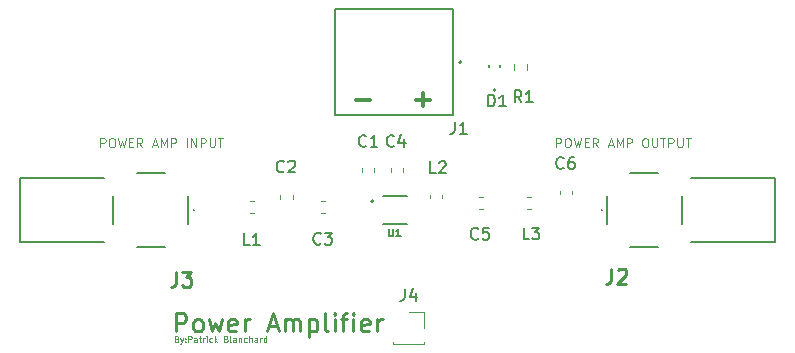
<source format=gbr>
%TF.GenerationSoftware,KiCad,Pcbnew,7.0.5*%
%TF.CreationDate,2023-11-04T20:07:06-04:00*%
%TF.ProjectId,modular,6d6f6475-6c61-4722-9e6b-696361645f70,rev?*%
%TF.SameCoordinates,Original*%
%TF.FileFunction,Legend,Top*%
%TF.FilePolarity,Positive*%
%FSLAX46Y46*%
G04 Gerber Fmt 4.6, Leading zero omitted, Abs format (unit mm)*
G04 Created by KiCad (PCBNEW 7.0.5) date 2023-11-04 20:07:06*
%MOMM*%
%LPD*%
G01*
G04 APERTURE LIST*
%ADD10C,0.076200*%
%ADD11C,0.101600*%
%ADD12C,0.279400*%
%ADD13C,0.300000*%
%ADD14C,0.150000*%
%ADD15C,0.254000*%
%ADD16C,0.120000*%
%ADD17C,0.127000*%
%ADD18C,0.200000*%
%ADD19C,0.100000*%
G04 APERTURE END LIST*
D10*
X144503559Y-74367962D02*
X144503559Y-73605962D01*
X144503559Y-73605962D02*
X144793845Y-73605962D01*
X144793845Y-73605962D02*
X144866416Y-73642248D01*
X144866416Y-73642248D02*
X144902702Y-73678534D01*
X144902702Y-73678534D02*
X144938988Y-73751105D01*
X144938988Y-73751105D02*
X144938988Y-73859962D01*
X144938988Y-73859962D02*
X144902702Y-73932534D01*
X144902702Y-73932534D02*
X144866416Y-73968819D01*
X144866416Y-73968819D02*
X144793845Y-74005105D01*
X144793845Y-74005105D02*
X144503559Y-74005105D01*
X145410702Y-73605962D02*
X145555845Y-73605962D01*
X145555845Y-73605962D02*
X145628416Y-73642248D01*
X145628416Y-73642248D02*
X145700988Y-73714819D01*
X145700988Y-73714819D02*
X145737273Y-73859962D01*
X145737273Y-73859962D02*
X145737273Y-74113962D01*
X145737273Y-74113962D02*
X145700988Y-74259105D01*
X145700988Y-74259105D02*
X145628416Y-74331677D01*
X145628416Y-74331677D02*
X145555845Y-74367962D01*
X145555845Y-74367962D02*
X145410702Y-74367962D01*
X145410702Y-74367962D02*
X145338131Y-74331677D01*
X145338131Y-74331677D02*
X145265559Y-74259105D01*
X145265559Y-74259105D02*
X145229273Y-74113962D01*
X145229273Y-74113962D02*
X145229273Y-73859962D01*
X145229273Y-73859962D02*
X145265559Y-73714819D01*
X145265559Y-73714819D02*
X145338131Y-73642248D01*
X145338131Y-73642248D02*
X145410702Y-73605962D01*
X145991274Y-73605962D02*
X146172702Y-74367962D01*
X146172702Y-74367962D02*
X146317845Y-73823677D01*
X146317845Y-73823677D02*
X146462988Y-74367962D01*
X146462988Y-74367962D02*
X146644417Y-73605962D01*
X146934702Y-73968819D02*
X147188702Y-73968819D01*
X147297559Y-74367962D02*
X146934702Y-74367962D01*
X146934702Y-74367962D02*
X146934702Y-73605962D01*
X146934702Y-73605962D02*
X147297559Y-73605962D01*
X148059560Y-74367962D02*
X147805560Y-74005105D01*
X147624131Y-74367962D02*
X147624131Y-73605962D01*
X147624131Y-73605962D02*
X147914417Y-73605962D01*
X147914417Y-73605962D02*
X147986988Y-73642248D01*
X147986988Y-73642248D02*
X148023274Y-73678534D01*
X148023274Y-73678534D02*
X148059560Y-73751105D01*
X148059560Y-73751105D02*
X148059560Y-73859962D01*
X148059560Y-73859962D02*
X148023274Y-73932534D01*
X148023274Y-73932534D02*
X147986988Y-73968819D01*
X147986988Y-73968819D02*
X147914417Y-74005105D01*
X147914417Y-74005105D02*
X147624131Y-74005105D01*
X148930416Y-74150248D02*
X149293274Y-74150248D01*
X148857845Y-74367962D02*
X149111845Y-73605962D01*
X149111845Y-73605962D02*
X149365845Y-74367962D01*
X149619845Y-74367962D02*
X149619845Y-73605962D01*
X149619845Y-73605962D02*
X149873845Y-74150248D01*
X149873845Y-74150248D02*
X150127845Y-73605962D01*
X150127845Y-73605962D02*
X150127845Y-74367962D01*
X150490702Y-74367962D02*
X150490702Y-73605962D01*
X150490702Y-73605962D02*
X150780988Y-73605962D01*
X150780988Y-73605962D02*
X150853559Y-73642248D01*
X150853559Y-73642248D02*
X150889845Y-73678534D01*
X150889845Y-73678534D02*
X150926131Y-73751105D01*
X150926131Y-73751105D02*
X150926131Y-73859962D01*
X150926131Y-73859962D02*
X150889845Y-73932534D01*
X150889845Y-73932534D02*
X150853559Y-73968819D01*
X150853559Y-73968819D02*
X150780988Y-74005105D01*
X150780988Y-74005105D02*
X150490702Y-74005105D01*
X151978416Y-73605962D02*
X152123559Y-73605962D01*
X152123559Y-73605962D02*
X152196130Y-73642248D01*
X152196130Y-73642248D02*
X152268702Y-73714819D01*
X152268702Y-73714819D02*
X152304987Y-73859962D01*
X152304987Y-73859962D02*
X152304987Y-74113962D01*
X152304987Y-74113962D02*
X152268702Y-74259105D01*
X152268702Y-74259105D02*
X152196130Y-74331677D01*
X152196130Y-74331677D02*
X152123559Y-74367962D01*
X152123559Y-74367962D02*
X151978416Y-74367962D01*
X151978416Y-74367962D02*
X151905845Y-74331677D01*
X151905845Y-74331677D02*
X151833273Y-74259105D01*
X151833273Y-74259105D02*
X151796987Y-74113962D01*
X151796987Y-74113962D02*
X151796987Y-73859962D01*
X151796987Y-73859962D02*
X151833273Y-73714819D01*
X151833273Y-73714819D02*
X151905845Y-73642248D01*
X151905845Y-73642248D02*
X151978416Y-73605962D01*
X152631559Y-73605962D02*
X152631559Y-74222819D01*
X152631559Y-74222819D02*
X152667845Y-74295391D01*
X152667845Y-74295391D02*
X152704131Y-74331677D01*
X152704131Y-74331677D02*
X152776702Y-74367962D01*
X152776702Y-74367962D02*
X152921845Y-74367962D01*
X152921845Y-74367962D02*
X152994416Y-74331677D01*
X152994416Y-74331677D02*
X153030702Y-74295391D01*
X153030702Y-74295391D02*
X153066988Y-74222819D01*
X153066988Y-74222819D02*
X153066988Y-73605962D01*
X153320988Y-73605962D02*
X153756417Y-73605962D01*
X153538702Y-74367962D02*
X153538702Y-73605962D01*
X154010416Y-74367962D02*
X154010416Y-73605962D01*
X154010416Y-73605962D02*
X154300702Y-73605962D01*
X154300702Y-73605962D02*
X154373273Y-73642248D01*
X154373273Y-73642248D02*
X154409559Y-73678534D01*
X154409559Y-73678534D02*
X154445845Y-73751105D01*
X154445845Y-73751105D02*
X154445845Y-73859962D01*
X154445845Y-73859962D02*
X154409559Y-73932534D01*
X154409559Y-73932534D02*
X154373273Y-73968819D01*
X154373273Y-73968819D02*
X154300702Y-74005105D01*
X154300702Y-74005105D02*
X154010416Y-74005105D01*
X154772416Y-73605962D02*
X154772416Y-74222819D01*
X154772416Y-74222819D02*
X154808702Y-74295391D01*
X154808702Y-74295391D02*
X154844988Y-74331677D01*
X154844988Y-74331677D02*
X154917559Y-74367962D01*
X154917559Y-74367962D02*
X155062702Y-74367962D01*
X155062702Y-74367962D02*
X155135273Y-74331677D01*
X155135273Y-74331677D02*
X155171559Y-74295391D01*
X155171559Y-74295391D02*
X155207845Y-74222819D01*
X155207845Y-74222819D02*
X155207845Y-73605962D01*
X155461845Y-73605962D02*
X155897274Y-73605962D01*
X155679559Y-74367962D02*
X155679559Y-73605962D01*
D11*
X112371127Y-90598451D02*
X112443699Y-90622641D01*
X112443699Y-90622641D02*
X112467889Y-90646832D01*
X112467889Y-90646832D02*
X112492080Y-90695213D01*
X112492080Y-90695213D02*
X112492080Y-90767784D01*
X112492080Y-90767784D02*
X112467889Y-90816165D01*
X112467889Y-90816165D02*
X112443699Y-90840356D01*
X112443699Y-90840356D02*
X112395318Y-90864546D01*
X112395318Y-90864546D02*
X112201794Y-90864546D01*
X112201794Y-90864546D02*
X112201794Y-90356546D01*
X112201794Y-90356546D02*
X112371127Y-90356546D01*
X112371127Y-90356546D02*
X112419508Y-90380736D01*
X112419508Y-90380736D02*
X112443699Y-90404927D01*
X112443699Y-90404927D02*
X112467889Y-90453308D01*
X112467889Y-90453308D02*
X112467889Y-90501689D01*
X112467889Y-90501689D02*
X112443699Y-90550070D01*
X112443699Y-90550070D02*
X112419508Y-90574260D01*
X112419508Y-90574260D02*
X112371127Y-90598451D01*
X112371127Y-90598451D02*
X112201794Y-90598451D01*
X112661413Y-90525879D02*
X112782365Y-90864546D01*
X112903318Y-90525879D02*
X112782365Y-90864546D01*
X112782365Y-90864546D02*
X112733984Y-90985498D01*
X112733984Y-90985498D02*
X112709794Y-91009689D01*
X112709794Y-91009689D02*
X112661413Y-91033879D01*
X113096842Y-90816165D02*
X113121032Y-90840356D01*
X113121032Y-90840356D02*
X113096842Y-90864546D01*
X113096842Y-90864546D02*
X113072651Y-90840356D01*
X113072651Y-90840356D02*
X113096842Y-90816165D01*
X113096842Y-90816165D02*
X113096842Y-90864546D01*
X113096842Y-90550070D02*
X113121032Y-90574260D01*
X113121032Y-90574260D02*
X113096842Y-90598451D01*
X113096842Y-90598451D02*
X113072651Y-90574260D01*
X113072651Y-90574260D02*
X113096842Y-90550070D01*
X113096842Y-90550070D02*
X113096842Y-90598451D01*
X113338747Y-90864546D02*
X113338747Y-90356546D01*
X113338747Y-90356546D02*
X113532271Y-90356546D01*
X113532271Y-90356546D02*
X113580652Y-90380736D01*
X113580652Y-90380736D02*
X113604842Y-90404927D01*
X113604842Y-90404927D02*
X113629033Y-90453308D01*
X113629033Y-90453308D02*
X113629033Y-90525879D01*
X113629033Y-90525879D02*
X113604842Y-90574260D01*
X113604842Y-90574260D02*
X113580652Y-90598451D01*
X113580652Y-90598451D02*
X113532271Y-90622641D01*
X113532271Y-90622641D02*
X113338747Y-90622641D01*
X114064461Y-90864546D02*
X114064461Y-90598451D01*
X114064461Y-90598451D02*
X114040271Y-90550070D01*
X114040271Y-90550070D02*
X113991890Y-90525879D01*
X113991890Y-90525879D02*
X113895128Y-90525879D01*
X113895128Y-90525879D02*
X113846747Y-90550070D01*
X114064461Y-90840356D02*
X114016080Y-90864546D01*
X114016080Y-90864546D02*
X113895128Y-90864546D01*
X113895128Y-90864546D02*
X113846747Y-90840356D01*
X113846747Y-90840356D02*
X113822556Y-90791975D01*
X113822556Y-90791975D02*
X113822556Y-90743594D01*
X113822556Y-90743594D02*
X113846747Y-90695213D01*
X113846747Y-90695213D02*
X113895128Y-90671022D01*
X113895128Y-90671022D02*
X114016080Y-90671022D01*
X114016080Y-90671022D02*
X114064461Y-90646832D01*
X114233794Y-90525879D02*
X114427318Y-90525879D01*
X114306366Y-90356546D02*
X114306366Y-90791975D01*
X114306366Y-90791975D02*
X114330556Y-90840356D01*
X114330556Y-90840356D02*
X114378937Y-90864546D01*
X114378937Y-90864546D02*
X114427318Y-90864546D01*
X114596652Y-90864546D02*
X114596652Y-90525879D01*
X114596652Y-90622641D02*
X114620842Y-90574260D01*
X114620842Y-90574260D02*
X114645033Y-90550070D01*
X114645033Y-90550070D02*
X114693414Y-90525879D01*
X114693414Y-90525879D02*
X114741795Y-90525879D01*
X114911128Y-90864546D02*
X114911128Y-90525879D01*
X114911128Y-90356546D02*
X114886937Y-90380736D01*
X114886937Y-90380736D02*
X114911128Y-90404927D01*
X114911128Y-90404927D02*
X114935318Y-90380736D01*
X114935318Y-90380736D02*
X114911128Y-90356546D01*
X114911128Y-90356546D02*
X114911128Y-90404927D01*
X115370747Y-90840356D02*
X115322366Y-90864546D01*
X115322366Y-90864546D02*
X115225604Y-90864546D01*
X115225604Y-90864546D02*
X115177223Y-90840356D01*
X115177223Y-90840356D02*
X115153033Y-90816165D01*
X115153033Y-90816165D02*
X115128842Y-90767784D01*
X115128842Y-90767784D02*
X115128842Y-90622641D01*
X115128842Y-90622641D02*
X115153033Y-90574260D01*
X115153033Y-90574260D02*
X115177223Y-90550070D01*
X115177223Y-90550070D02*
X115225604Y-90525879D01*
X115225604Y-90525879D02*
X115322366Y-90525879D01*
X115322366Y-90525879D02*
X115370747Y-90550070D01*
X115588462Y-90864546D02*
X115588462Y-90356546D01*
X115636843Y-90671022D02*
X115781986Y-90864546D01*
X115781986Y-90525879D02*
X115588462Y-90719403D01*
X116556081Y-90598451D02*
X116628653Y-90622641D01*
X116628653Y-90622641D02*
X116652843Y-90646832D01*
X116652843Y-90646832D02*
X116677034Y-90695213D01*
X116677034Y-90695213D02*
X116677034Y-90767784D01*
X116677034Y-90767784D02*
X116652843Y-90816165D01*
X116652843Y-90816165D02*
X116628653Y-90840356D01*
X116628653Y-90840356D02*
X116580272Y-90864546D01*
X116580272Y-90864546D02*
X116386748Y-90864546D01*
X116386748Y-90864546D02*
X116386748Y-90356546D01*
X116386748Y-90356546D02*
X116556081Y-90356546D01*
X116556081Y-90356546D02*
X116604462Y-90380736D01*
X116604462Y-90380736D02*
X116628653Y-90404927D01*
X116628653Y-90404927D02*
X116652843Y-90453308D01*
X116652843Y-90453308D02*
X116652843Y-90501689D01*
X116652843Y-90501689D02*
X116628653Y-90550070D01*
X116628653Y-90550070D02*
X116604462Y-90574260D01*
X116604462Y-90574260D02*
X116556081Y-90598451D01*
X116556081Y-90598451D02*
X116386748Y-90598451D01*
X116967319Y-90864546D02*
X116918938Y-90840356D01*
X116918938Y-90840356D02*
X116894748Y-90791975D01*
X116894748Y-90791975D02*
X116894748Y-90356546D01*
X117378557Y-90864546D02*
X117378557Y-90598451D01*
X117378557Y-90598451D02*
X117354367Y-90550070D01*
X117354367Y-90550070D02*
X117305986Y-90525879D01*
X117305986Y-90525879D02*
X117209224Y-90525879D01*
X117209224Y-90525879D02*
X117160843Y-90550070D01*
X117378557Y-90840356D02*
X117330176Y-90864546D01*
X117330176Y-90864546D02*
X117209224Y-90864546D01*
X117209224Y-90864546D02*
X117160843Y-90840356D01*
X117160843Y-90840356D02*
X117136652Y-90791975D01*
X117136652Y-90791975D02*
X117136652Y-90743594D01*
X117136652Y-90743594D02*
X117160843Y-90695213D01*
X117160843Y-90695213D02*
X117209224Y-90671022D01*
X117209224Y-90671022D02*
X117330176Y-90671022D01*
X117330176Y-90671022D02*
X117378557Y-90646832D01*
X117620462Y-90525879D02*
X117620462Y-90864546D01*
X117620462Y-90574260D02*
X117644652Y-90550070D01*
X117644652Y-90550070D02*
X117693033Y-90525879D01*
X117693033Y-90525879D02*
X117765605Y-90525879D01*
X117765605Y-90525879D02*
X117813986Y-90550070D01*
X117813986Y-90550070D02*
X117838176Y-90598451D01*
X117838176Y-90598451D02*
X117838176Y-90864546D01*
X118297795Y-90840356D02*
X118249414Y-90864546D01*
X118249414Y-90864546D02*
X118152652Y-90864546D01*
X118152652Y-90864546D02*
X118104271Y-90840356D01*
X118104271Y-90840356D02*
X118080081Y-90816165D01*
X118080081Y-90816165D02*
X118055890Y-90767784D01*
X118055890Y-90767784D02*
X118055890Y-90622641D01*
X118055890Y-90622641D02*
X118080081Y-90574260D01*
X118080081Y-90574260D02*
X118104271Y-90550070D01*
X118104271Y-90550070D02*
X118152652Y-90525879D01*
X118152652Y-90525879D02*
X118249414Y-90525879D01*
X118249414Y-90525879D02*
X118297795Y-90550070D01*
X118515510Y-90864546D02*
X118515510Y-90356546D01*
X118733224Y-90864546D02*
X118733224Y-90598451D01*
X118733224Y-90598451D02*
X118709034Y-90550070D01*
X118709034Y-90550070D02*
X118660653Y-90525879D01*
X118660653Y-90525879D02*
X118588081Y-90525879D01*
X118588081Y-90525879D02*
X118539700Y-90550070D01*
X118539700Y-90550070D02*
X118515510Y-90574260D01*
X119192843Y-90864546D02*
X119192843Y-90598451D01*
X119192843Y-90598451D02*
X119168653Y-90550070D01*
X119168653Y-90550070D02*
X119120272Y-90525879D01*
X119120272Y-90525879D02*
X119023510Y-90525879D01*
X119023510Y-90525879D02*
X118975129Y-90550070D01*
X119192843Y-90840356D02*
X119144462Y-90864546D01*
X119144462Y-90864546D02*
X119023510Y-90864546D01*
X119023510Y-90864546D02*
X118975129Y-90840356D01*
X118975129Y-90840356D02*
X118950938Y-90791975D01*
X118950938Y-90791975D02*
X118950938Y-90743594D01*
X118950938Y-90743594D02*
X118975129Y-90695213D01*
X118975129Y-90695213D02*
X119023510Y-90671022D01*
X119023510Y-90671022D02*
X119144462Y-90671022D01*
X119144462Y-90671022D02*
X119192843Y-90646832D01*
X119434748Y-90864546D02*
X119434748Y-90525879D01*
X119434748Y-90622641D02*
X119458938Y-90574260D01*
X119458938Y-90574260D02*
X119483129Y-90550070D01*
X119483129Y-90550070D02*
X119531510Y-90525879D01*
X119531510Y-90525879D02*
X119579891Y-90525879D01*
X119966938Y-90864546D02*
X119966938Y-90356546D01*
X119966938Y-90840356D02*
X119918557Y-90864546D01*
X119918557Y-90864546D02*
X119821795Y-90864546D01*
X119821795Y-90864546D02*
X119773414Y-90840356D01*
X119773414Y-90840356D02*
X119749224Y-90816165D01*
X119749224Y-90816165D02*
X119725033Y-90767784D01*
X119725033Y-90767784D02*
X119725033Y-90622641D01*
X119725033Y-90622641D02*
X119749224Y-90574260D01*
X119749224Y-90574260D02*
X119773414Y-90550070D01*
X119773414Y-90550070D02*
X119821795Y-90525879D01*
X119821795Y-90525879D02*
X119918557Y-90525879D01*
X119918557Y-90525879D02*
X119966938Y-90550070D01*
D12*
X112306672Y-89968962D02*
X112306672Y-88444962D01*
X112306672Y-88444962D02*
X112887243Y-88444962D01*
X112887243Y-88444962D02*
X113032386Y-88517533D01*
X113032386Y-88517533D02*
X113104957Y-88590105D01*
X113104957Y-88590105D02*
X113177529Y-88735248D01*
X113177529Y-88735248D02*
X113177529Y-88952962D01*
X113177529Y-88952962D02*
X113104957Y-89098105D01*
X113104957Y-89098105D02*
X113032386Y-89170676D01*
X113032386Y-89170676D02*
X112887243Y-89243248D01*
X112887243Y-89243248D02*
X112306672Y-89243248D01*
X114048386Y-89968962D02*
X113903243Y-89896391D01*
X113903243Y-89896391D02*
X113830672Y-89823819D01*
X113830672Y-89823819D02*
X113758100Y-89678676D01*
X113758100Y-89678676D02*
X113758100Y-89243248D01*
X113758100Y-89243248D02*
X113830672Y-89098105D01*
X113830672Y-89098105D02*
X113903243Y-89025533D01*
X113903243Y-89025533D02*
X114048386Y-88952962D01*
X114048386Y-88952962D02*
X114266100Y-88952962D01*
X114266100Y-88952962D02*
X114411243Y-89025533D01*
X114411243Y-89025533D02*
X114483815Y-89098105D01*
X114483815Y-89098105D02*
X114556386Y-89243248D01*
X114556386Y-89243248D02*
X114556386Y-89678676D01*
X114556386Y-89678676D02*
X114483815Y-89823819D01*
X114483815Y-89823819D02*
X114411243Y-89896391D01*
X114411243Y-89896391D02*
X114266100Y-89968962D01*
X114266100Y-89968962D02*
X114048386Y-89968962D01*
X115064386Y-88952962D02*
X115354672Y-89968962D01*
X115354672Y-89968962D02*
X115644957Y-89243248D01*
X115644957Y-89243248D02*
X115935243Y-89968962D01*
X115935243Y-89968962D02*
X116225529Y-88952962D01*
X117386671Y-89896391D02*
X117241528Y-89968962D01*
X117241528Y-89968962D02*
X116951243Y-89968962D01*
X116951243Y-89968962D02*
X116806100Y-89896391D01*
X116806100Y-89896391D02*
X116733528Y-89751248D01*
X116733528Y-89751248D02*
X116733528Y-89170676D01*
X116733528Y-89170676D02*
X116806100Y-89025533D01*
X116806100Y-89025533D02*
X116951243Y-88952962D01*
X116951243Y-88952962D02*
X117241528Y-88952962D01*
X117241528Y-88952962D02*
X117386671Y-89025533D01*
X117386671Y-89025533D02*
X117459243Y-89170676D01*
X117459243Y-89170676D02*
X117459243Y-89315819D01*
X117459243Y-89315819D02*
X116733528Y-89460962D01*
X118112386Y-89968962D02*
X118112386Y-88952962D01*
X118112386Y-89243248D02*
X118184957Y-89098105D01*
X118184957Y-89098105D02*
X118257529Y-89025533D01*
X118257529Y-89025533D02*
X118402671Y-88952962D01*
X118402671Y-88952962D02*
X118547814Y-88952962D01*
X120144386Y-89533533D02*
X120870101Y-89533533D01*
X119999243Y-89968962D02*
X120507243Y-88444962D01*
X120507243Y-88444962D02*
X121015243Y-89968962D01*
X121523244Y-89968962D02*
X121523244Y-88952962D01*
X121523244Y-89098105D02*
X121595815Y-89025533D01*
X121595815Y-89025533D02*
X121740958Y-88952962D01*
X121740958Y-88952962D02*
X121958672Y-88952962D01*
X121958672Y-88952962D02*
X122103815Y-89025533D01*
X122103815Y-89025533D02*
X122176387Y-89170676D01*
X122176387Y-89170676D02*
X122176387Y-89968962D01*
X122176387Y-89170676D02*
X122248958Y-89025533D01*
X122248958Y-89025533D02*
X122394101Y-88952962D01*
X122394101Y-88952962D02*
X122611815Y-88952962D01*
X122611815Y-88952962D02*
X122756958Y-89025533D01*
X122756958Y-89025533D02*
X122829529Y-89170676D01*
X122829529Y-89170676D02*
X122829529Y-89968962D01*
X123555244Y-88952962D02*
X123555244Y-90476962D01*
X123555244Y-89025533D02*
X123700387Y-88952962D01*
X123700387Y-88952962D02*
X123990672Y-88952962D01*
X123990672Y-88952962D02*
X124135815Y-89025533D01*
X124135815Y-89025533D02*
X124208387Y-89098105D01*
X124208387Y-89098105D02*
X124280958Y-89243248D01*
X124280958Y-89243248D02*
X124280958Y-89678676D01*
X124280958Y-89678676D02*
X124208387Y-89823819D01*
X124208387Y-89823819D02*
X124135815Y-89896391D01*
X124135815Y-89896391D02*
X123990672Y-89968962D01*
X123990672Y-89968962D02*
X123700387Y-89968962D01*
X123700387Y-89968962D02*
X123555244Y-89896391D01*
X125151815Y-89968962D02*
X125006672Y-89896391D01*
X125006672Y-89896391D02*
X124934101Y-89751248D01*
X124934101Y-89751248D02*
X124934101Y-88444962D01*
X125732387Y-89968962D02*
X125732387Y-88952962D01*
X125732387Y-88444962D02*
X125659815Y-88517533D01*
X125659815Y-88517533D02*
X125732387Y-88590105D01*
X125732387Y-88590105D02*
X125804958Y-88517533D01*
X125804958Y-88517533D02*
X125732387Y-88444962D01*
X125732387Y-88444962D02*
X125732387Y-88590105D01*
X126240386Y-88952962D02*
X126820958Y-88952962D01*
X126458101Y-89968962D02*
X126458101Y-88662676D01*
X126458101Y-88662676D02*
X126530672Y-88517533D01*
X126530672Y-88517533D02*
X126675815Y-88444962D01*
X126675815Y-88444962D02*
X126820958Y-88444962D01*
X127328958Y-89968962D02*
X127328958Y-88952962D01*
X127328958Y-88444962D02*
X127256386Y-88517533D01*
X127256386Y-88517533D02*
X127328958Y-88590105D01*
X127328958Y-88590105D02*
X127401529Y-88517533D01*
X127401529Y-88517533D02*
X127328958Y-88444962D01*
X127328958Y-88444962D02*
X127328958Y-88590105D01*
X128635243Y-89896391D02*
X128490100Y-89968962D01*
X128490100Y-89968962D02*
X128199815Y-89968962D01*
X128199815Y-89968962D02*
X128054672Y-89896391D01*
X128054672Y-89896391D02*
X127982100Y-89751248D01*
X127982100Y-89751248D02*
X127982100Y-89170676D01*
X127982100Y-89170676D02*
X128054672Y-89025533D01*
X128054672Y-89025533D02*
X128199815Y-88952962D01*
X128199815Y-88952962D02*
X128490100Y-88952962D01*
X128490100Y-88952962D02*
X128635243Y-89025533D01*
X128635243Y-89025533D02*
X128707815Y-89170676D01*
X128707815Y-89170676D02*
X128707815Y-89315819D01*
X128707815Y-89315819D02*
X127982100Y-89460962D01*
X129360958Y-89968962D02*
X129360958Y-88952962D01*
X129360958Y-89243248D02*
X129433529Y-89098105D01*
X129433529Y-89098105D02*
X129506101Y-89025533D01*
X129506101Y-89025533D02*
X129651243Y-88952962D01*
X129651243Y-88952962D02*
X129796386Y-88952962D01*
D13*
X132634510Y-70349400D02*
X133777368Y-70349400D01*
X133205939Y-70920828D02*
X133205939Y-69777971D01*
X127554510Y-70349400D02*
X128697368Y-70349400D01*
D11*
X105912270Y-74366641D02*
X105912270Y-73604641D01*
X105912270Y-73604641D02*
X106202556Y-73604641D01*
X106202556Y-73604641D02*
X106275127Y-73640927D01*
X106275127Y-73640927D02*
X106311413Y-73677213D01*
X106311413Y-73677213D02*
X106347699Y-73749784D01*
X106347699Y-73749784D02*
X106347699Y-73858641D01*
X106347699Y-73858641D02*
X106311413Y-73931213D01*
X106311413Y-73931213D02*
X106275127Y-73967498D01*
X106275127Y-73967498D02*
X106202556Y-74003784D01*
X106202556Y-74003784D02*
X105912270Y-74003784D01*
X106819413Y-73604641D02*
X106964556Y-73604641D01*
X106964556Y-73604641D02*
X107037127Y-73640927D01*
X107037127Y-73640927D02*
X107109699Y-73713498D01*
X107109699Y-73713498D02*
X107145984Y-73858641D01*
X107145984Y-73858641D02*
X107145984Y-74112641D01*
X107145984Y-74112641D02*
X107109699Y-74257784D01*
X107109699Y-74257784D02*
X107037127Y-74330356D01*
X107037127Y-74330356D02*
X106964556Y-74366641D01*
X106964556Y-74366641D02*
X106819413Y-74366641D01*
X106819413Y-74366641D02*
X106746842Y-74330356D01*
X106746842Y-74330356D02*
X106674270Y-74257784D01*
X106674270Y-74257784D02*
X106637984Y-74112641D01*
X106637984Y-74112641D02*
X106637984Y-73858641D01*
X106637984Y-73858641D02*
X106674270Y-73713498D01*
X106674270Y-73713498D02*
X106746842Y-73640927D01*
X106746842Y-73640927D02*
X106819413Y-73604641D01*
X107399985Y-73604641D02*
X107581413Y-74366641D01*
X107581413Y-74366641D02*
X107726556Y-73822356D01*
X107726556Y-73822356D02*
X107871699Y-74366641D01*
X107871699Y-74366641D02*
X108053128Y-73604641D01*
X108343413Y-73967498D02*
X108597413Y-73967498D01*
X108706270Y-74366641D02*
X108343413Y-74366641D01*
X108343413Y-74366641D02*
X108343413Y-73604641D01*
X108343413Y-73604641D02*
X108706270Y-73604641D01*
X109468271Y-74366641D02*
X109214271Y-74003784D01*
X109032842Y-74366641D02*
X109032842Y-73604641D01*
X109032842Y-73604641D02*
X109323128Y-73604641D01*
X109323128Y-73604641D02*
X109395699Y-73640927D01*
X109395699Y-73640927D02*
X109431985Y-73677213D01*
X109431985Y-73677213D02*
X109468271Y-73749784D01*
X109468271Y-73749784D02*
X109468271Y-73858641D01*
X109468271Y-73858641D02*
X109431985Y-73931213D01*
X109431985Y-73931213D02*
X109395699Y-73967498D01*
X109395699Y-73967498D02*
X109323128Y-74003784D01*
X109323128Y-74003784D02*
X109032842Y-74003784D01*
X110339127Y-74148927D02*
X110701985Y-74148927D01*
X110266556Y-74366641D02*
X110520556Y-73604641D01*
X110520556Y-73604641D02*
X110774556Y-74366641D01*
X111028556Y-74366641D02*
X111028556Y-73604641D01*
X111028556Y-73604641D02*
X111282556Y-74148927D01*
X111282556Y-74148927D02*
X111536556Y-73604641D01*
X111536556Y-73604641D02*
X111536556Y-74366641D01*
X111899413Y-74366641D02*
X111899413Y-73604641D01*
X111899413Y-73604641D02*
X112189699Y-73604641D01*
X112189699Y-73604641D02*
X112262270Y-73640927D01*
X112262270Y-73640927D02*
X112298556Y-73677213D01*
X112298556Y-73677213D02*
X112334842Y-73749784D01*
X112334842Y-73749784D02*
X112334842Y-73858641D01*
X112334842Y-73858641D02*
X112298556Y-73931213D01*
X112298556Y-73931213D02*
X112262270Y-73967498D01*
X112262270Y-73967498D02*
X112189699Y-74003784D01*
X112189699Y-74003784D02*
X111899413Y-74003784D01*
X113241984Y-74366641D02*
X113241984Y-73604641D01*
X113604841Y-74366641D02*
X113604841Y-73604641D01*
X113604841Y-73604641D02*
X114040270Y-74366641D01*
X114040270Y-74366641D02*
X114040270Y-73604641D01*
X114403127Y-74366641D02*
X114403127Y-73604641D01*
X114403127Y-73604641D02*
X114693413Y-73604641D01*
X114693413Y-73604641D02*
X114765984Y-73640927D01*
X114765984Y-73640927D02*
X114802270Y-73677213D01*
X114802270Y-73677213D02*
X114838556Y-73749784D01*
X114838556Y-73749784D02*
X114838556Y-73858641D01*
X114838556Y-73858641D02*
X114802270Y-73931213D01*
X114802270Y-73931213D02*
X114765984Y-73967498D01*
X114765984Y-73967498D02*
X114693413Y-74003784D01*
X114693413Y-74003784D02*
X114403127Y-74003784D01*
X115165127Y-73604641D02*
X115165127Y-74221498D01*
X115165127Y-74221498D02*
X115201413Y-74294070D01*
X115201413Y-74294070D02*
X115237699Y-74330356D01*
X115237699Y-74330356D02*
X115310270Y-74366641D01*
X115310270Y-74366641D02*
X115455413Y-74366641D01*
X115455413Y-74366641D02*
X115527984Y-74330356D01*
X115527984Y-74330356D02*
X115564270Y-74294070D01*
X115564270Y-74294070D02*
X115600556Y-74221498D01*
X115600556Y-74221498D02*
X115600556Y-73604641D01*
X115854556Y-73604641D02*
X116289985Y-73604641D01*
X116072270Y-74366641D02*
X116072270Y-73604641D01*
D14*
%TO.C,*%
%TO.C,L3*%
X142223333Y-82174819D02*
X141747143Y-82174819D01*
X141747143Y-82174819D02*
X141747143Y-81174819D01*
X142461429Y-81174819D02*
X143080476Y-81174819D01*
X143080476Y-81174819D02*
X142747143Y-81555771D01*
X142747143Y-81555771D02*
X142890000Y-81555771D01*
X142890000Y-81555771D02*
X142985238Y-81603390D01*
X142985238Y-81603390D02*
X143032857Y-81651009D01*
X143032857Y-81651009D02*
X143080476Y-81746247D01*
X143080476Y-81746247D02*
X143080476Y-81984342D01*
X143080476Y-81984342D02*
X143032857Y-82079580D01*
X143032857Y-82079580D02*
X142985238Y-82127200D01*
X142985238Y-82127200D02*
X142890000Y-82174819D01*
X142890000Y-82174819D02*
X142604286Y-82174819D01*
X142604286Y-82174819D02*
X142509048Y-82127200D01*
X142509048Y-82127200D02*
X142461429Y-82079580D01*
%TO.C,*%
%TO.C,D1*%
X138729777Y-70926153D02*
X138729777Y-69923271D01*
X138729777Y-69923271D02*
X138968558Y-69923271D01*
X138968558Y-69923271D02*
X139111827Y-69971027D01*
X139111827Y-69971027D02*
X139207340Y-70066540D01*
X139207340Y-70066540D02*
X139255096Y-70162052D01*
X139255096Y-70162052D02*
X139302852Y-70353077D01*
X139302852Y-70353077D02*
X139302852Y-70496346D01*
X139302852Y-70496346D02*
X139255096Y-70687371D01*
X139255096Y-70687371D02*
X139207340Y-70782884D01*
X139207340Y-70782884D02*
X139111827Y-70878397D01*
X139111827Y-70878397D02*
X138968558Y-70926153D01*
X138968558Y-70926153D02*
X138729777Y-70926153D01*
X140257978Y-70926153D02*
X139684903Y-70926153D01*
X139971440Y-70926153D02*
X139971440Y-69923271D01*
X139971440Y-69923271D02*
X139875928Y-70066540D01*
X139875928Y-70066540D02*
X139780415Y-70162052D01*
X139780415Y-70162052D02*
X139684903Y-70209809D01*
%TO.C,C1*%
X128400833Y-74249580D02*
X128353214Y-74297200D01*
X128353214Y-74297200D02*
X128210357Y-74344819D01*
X128210357Y-74344819D02*
X128115119Y-74344819D01*
X128115119Y-74344819D02*
X127972262Y-74297200D01*
X127972262Y-74297200D02*
X127877024Y-74201961D01*
X127877024Y-74201961D02*
X127829405Y-74106723D01*
X127829405Y-74106723D02*
X127781786Y-73916247D01*
X127781786Y-73916247D02*
X127781786Y-73773390D01*
X127781786Y-73773390D02*
X127829405Y-73582914D01*
X127829405Y-73582914D02*
X127877024Y-73487676D01*
X127877024Y-73487676D02*
X127972262Y-73392438D01*
X127972262Y-73392438D02*
X128115119Y-73344819D01*
X128115119Y-73344819D02*
X128210357Y-73344819D01*
X128210357Y-73344819D02*
X128353214Y-73392438D01*
X128353214Y-73392438D02*
X128400833Y-73440057D01*
X129353214Y-74344819D02*
X128781786Y-74344819D01*
X129067500Y-74344819D02*
X129067500Y-73344819D01*
X129067500Y-73344819D02*
X128972262Y-73487676D01*
X128972262Y-73487676D02*
X128877024Y-73582914D01*
X128877024Y-73582914D02*
X128781786Y-73630533D01*
%TO.C,R1*%
X141561333Y-70568819D02*
X141228000Y-70092628D01*
X140989905Y-70568819D02*
X140989905Y-69568819D01*
X140989905Y-69568819D02*
X141370857Y-69568819D01*
X141370857Y-69568819D02*
X141466095Y-69616438D01*
X141466095Y-69616438D02*
X141513714Y-69664057D01*
X141513714Y-69664057D02*
X141561333Y-69759295D01*
X141561333Y-69759295D02*
X141561333Y-69902152D01*
X141561333Y-69902152D02*
X141513714Y-69997390D01*
X141513714Y-69997390D02*
X141466095Y-70045009D01*
X141466095Y-70045009D02*
X141370857Y-70092628D01*
X141370857Y-70092628D02*
X140989905Y-70092628D01*
X142513714Y-70568819D02*
X141942286Y-70568819D01*
X142228000Y-70568819D02*
X142228000Y-69568819D01*
X142228000Y-69568819D02*
X142132762Y-69711676D01*
X142132762Y-69711676D02*
X142037524Y-69806914D01*
X142037524Y-69806914D02*
X141942286Y-69854533D01*
%TO.C,*%
%TO.C,L1*%
X118550833Y-82654819D02*
X118074643Y-82654819D01*
X118074643Y-82654819D02*
X118074643Y-81654819D01*
X119407976Y-82654819D02*
X118836548Y-82654819D01*
X119122262Y-82654819D02*
X119122262Y-81654819D01*
X119122262Y-81654819D02*
X119027024Y-81797676D01*
X119027024Y-81797676D02*
X118931786Y-81892914D01*
X118931786Y-81892914D02*
X118836548Y-81940533D01*
%TO.C,J4*%
X131686666Y-86364819D02*
X131686666Y-87079104D01*
X131686666Y-87079104D02*
X131639047Y-87221961D01*
X131639047Y-87221961D02*
X131543809Y-87317200D01*
X131543809Y-87317200D02*
X131400952Y-87364819D01*
X131400952Y-87364819D02*
X131305714Y-87364819D01*
X132591428Y-86698152D02*
X132591428Y-87364819D01*
X132353333Y-86317200D02*
X132115238Y-87031485D01*
X132115238Y-87031485D02*
X132734285Y-87031485D01*
%TO.C,L2*%
X134310833Y-76574819D02*
X133834643Y-76574819D01*
X133834643Y-76574819D02*
X133834643Y-75574819D01*
X134596548Y-75670057D02*
X134644167Y-75622438D01*
X134644167Y-75622438D02*
X134739405Y-75574819D01*
X134739405Y-75574819D02*
X134977500Y-75574819D01*
X134977500Y-75574819D02*
X135072738Y-75622438D01*
X135072738Y-75622438D02*
X135120357Y-75670057D01*
X135120357Y-75670057D02*
X135167976Y-75765295D01*
X135167976Y-75765295D02*
X135167976Y-75860533D01*
X135167976Y-75860533D02*
X135120357Y-76003390D01*
X135120357Y-76003390D02*
X134548929Y-76574819D01*
X134548929Y-76574819D02*
X135167976Y-76574819D01*
%TO.C,J1*%
X135926666Y-72234819D02*
X135926666Y-72949104D01*
X135926666Y-72949104D02*
X135879047Y-73091961D01*
X135879047Y-73091961D02*
X135783809Y-73187200D01*
X135783809Y-73187200D02*
X135640952Y-73234819D01*
X135640952Y-73234819D02*
X135545714Y-73234819D01*
X136926666Y-73234819D02*
X136355238Y-73234819D01*
X136640952Y-73234819D02*
X136640952Y-72234819D01*
X136640952Y-72234819D02*
X136545714Y-72377676D01*
X136545714Y-72377676D02*
X136450476Y-72472914D01*
X136450476Y-72472914D02*
X136355238Y-72520533D01*
D15*
%TO.C,J2*%
X149182667Y-84648318D02*
X149182667Y-85555461D01*
X149182667Y-85555461D02*
X149122190Y-85736889D01*
X149122190Y-85736889D02*
X149001238Y-85857842D01*
X149001238Y-85857842D02*
X148819809Y-85918318D01*
X148819809Y-85918318D02*
X148698857Y-85918318D01*
X149726952Y-84769270D02*
X149787428Y-84708794D01*
X149787428Y-84708794D02*
X149908381Y-84648318D01*
X149908381Y-84648318D02*
X150210762Y-84648318D01*
X150210762Y-84648318D02*
X150331714Y-84708794D01*
X150331714Y-84708794D02*
X150392190Y-84769270D01*
X150392190Y-84769270D02*
X150452667Y-84890222D01*
X150452667Y-84890222D02*
X150452667Y-85011175D01*
X150452667Y-85011175D02*
X150392190Y-85192603D01*
X150392190Y-85192603D02*
X149666476Y-85918318D01*
X149666476Y-85918318D02*
X150452667Y-85918318D01*
D14*
%TO.C,C5*%
X137893333Y-82099580D02*
X137845714Y-82147200D01*
X137845714Y-82147200D02*
X137702857Y-82194819D01*
X137702857Y-82194819D02*
X137607619Y-82194819D01*
X137607619Y-82194819D02*
X137464762Y-82147200D01*
X137464762Y-82147200D02*
X137369524Y-82051961D01*
X137369524Y-82051961D02*
X137321905Y-81956723D01*
X137321905Y-81956723D02*
X137274286Y-81766247D01*
X137274286Y-81766247D02*
X137274286Y-81623390D01*
X137274286Y-81623390D02*
X137321905Y-81432914D01*
X137321905Y-81432914D02*
X137369524Y-81337676D01*
X137369524Y-81337676D02*
X137464762Y-81242438D01*
X137464762Y-81242438D02*
X137607619Y-81194819D01*
X137607619Y-81194819D02*
X137702857Y-81194819D01*
X137702857Y-81194819D02*
X137845714Y-81242438D01*
X137845714Y-81242438D02*
X137893333Y-81290057D01*
X138798095Y-81194819D02*
X138321905Y-81194819D01*
X138321905Y-81194819D02*
X138274286Y-81671009D01*
X138274286Y-81671009D02*
X138321905Y-81623390D01*
X138321905Y-81623390D02*
X138417143Y-81575771D01*
X138417143Y-81575771D02*
X138655238Y-81575771D01*
X138655238Y-81575771D02*
X138750476Y-81623390D01*
X138750476Y-81623390D02*
X138798095Y-81671009D01*
X138798095Y-81671009D02*
X138845714Y-81766247D01*
X138845714Y-81766247D02*
X138845714Y-82004342D01*
X138845714Y-82004342D02*
X138798095Y-82099580D01*
X138798095Y-82099580D02*
X138750476Y-82147200D01*
X138750476Y-82147200D02*
X138655238Y-82194819D01*
X138655238Y-82194819D02*
X138417143Y-82194819D01*
X138417143Y-82194819D02*
X138321905Y-82147200D01*
X138321905Y-82147200D02*
X138274286Y-82099580D01*
%TO.C,C4*%
X130769583Y-74249580D02*
X130721964Y-74297200D01*
X130721964Y-74297200D02*
X130579107Y-74344819D01*
X130579107Y-74344819D02*
X130483869Y-74344819D01*
X130483869Y-74344819D02*
X130341012Y-74297200D01*
X130341012Y-74297200D02*
X130245774Y-74201961D01*
X130245774Y-74201961D02*
X130198155Y-74106723D01*
X130198155Y-74106723D02*
X130150536Y-73916247D01*
X130150536Y-73916247D02*
X130150536Y-73773390D01*
X130150536Y-73773390D02*
X130198155Y-73582914D01*
X130198155Y-73582914D02*
X130245774Y-73487676D01*
X130245774Y-73487676D02*
X130341012Y-73392438D01*
X130341012Y-73392438D02*
X130483869Y-73344819D01*
X130483869Y-73344819D02*
X130579107Y-73344819D01*
X130579107Y-73344819D02*
X130721964Y-73392438D01*
X130721964Y-73392438D02*
X130769583Y-73440057D01*
X131626726Y-73678152D02*
X131626726Y-74344819D01*
X131388631Y-73297200D02*
X131150536Y-74011485D01*
X131150536Y-74011485D02*
X131769583Y-74011485D01*
%TO.C,C3*%
X124573333Y-82519580D02*
X124525714Y-82567200D01*
X124525714Y-82567200D02*
X124382857Y-82614819D01*
X124382857Y-82614819D02*
X124287619Y-82614819D01*
X124287619Y-82614819D02*
X124144762Y-82567200D01*
X124144762Y-82567200D02*
X124049524Y-82471961D01*
X124049524Y-82471961D02*
X124001905Y-82376723D01*
X124001905Y-82376723D02*
X123954286Y-82186247D01*
X123954286Y-82186247D02*
X123954286Y-82043390D01*
X123954286Y-82043390D02*
X124001905Y-81852914D01*
X124001905Y-81852914D02*
X124049524Y-81757676D01*
X124049524Y-81757676D02*
X124144762Y-81662438D01*
X124144762Y-81662438D02*
X124287619Y-81614819D01*
X124287619Y-81614819D02*
X124382857Y-81614819D01*
X124382857Y-81614819D02*
X124525714Y-81662438D01*
X124525714Y-81662438D02*
X124573333Y-81710057D01*
X124906667Y-81614819D02*
X125525714Y-81614819D01*
X125525714Y-81614819D02*
X125192381Y-81995771D01*
X125192381Y-81995771D02*
X125335238Y-81995771D01*
X125335238Y-81995771D02*
X125430476Y-82043390D01*
X125430476Y-82043390D02*
X125478095Y-82091009D01*
X125478095Y-82091009D02*
X125525714Y-82186247D01*
X125525714Y-82186247D02*
X125525714Y-82424342D01*
X125525714Y-82424342D02*
X125478095Y-82519580D01*
X125478095Y-82519580D02*
X125430476Y-82567200D01*
X125430476Y-82567200D02*
X125335238Y-82614819D01*
X125335238Y-82614819D02*
X125049524Y-82614819D01*
X125049524Y-82614819D02*
X124954286Y-82567200D01*
X124954286Y-82567200D02*
X124906667Y-82519580D01*
%TO.C,C6*%
X145123333Y-76119580D02*
X145075714Y-76167200D01*
X145075714Y-76167200D02*
X144932857Y-76214819D01*
X144932857Y-76214819D02*
X144837619Y-76214819D01*
X144837619Y-76214819D02*
X144694762Y-76167200D01*
X144694762Y-76167200D02*
X144599524Y-76071961D01*
X144599524Y-76071961D02*
X144551905Y-75976723D01*
X144551905Y-75976723D02*
X144504286Y-75786247D01*
X144504286Y-75786247D02*
X144504286Y-75643390D01*
X144504286Y-75643390D02*
X144551905Y-75452914D01*
X144551905Y-75452914D02*
X144599524Y-75357676D01*
X144599524Y-75357676D02*
X144694762Y-75262438D01*
X144694762Y-75262438D02*
X144837619Y-75214819D01*
X144837619Y-75214819D02*
X144932857Y-75214819D01*
X144932857Y-75214819D02*
X145075714Y-75262438D01*
X145075714Y-75262438D02*
X145123333Y-75310057D01*
X145980476Y-75214819D02*
X145790000Y-75214819D01*
X145790000Y-75214819D02*
X145694762Y-75262438D01*
X145694762Y-75262438D02*
X145647143Y-75310057D01*
X145647143Y-75310057D02*
X145551905Y-75452914D01*
X145551905Y-75452914D02*
X145504286Y-75643390D01*
X145504286Y-75643390D02*
X145504286Y-76024342D01*
X145504286Y-76024342D02*
X145551905Y-76119580D01*
X145551905Y-76119580D02*
X145599524Y-76167200D01*
X145599524Y-76167200D02*
X145694762Y-76214819D01*
X145694762Y-76214819D02*
X145885238Y-76214819D01*
X145885238Y-76214819D02*
X145980476Y-76167200D01*
X145980476Y-76167200D02*
X146028095Y-76119580D01*
X146028095Y-76119580D02*
X146075714Y-76024342D01*
X146075714Y-76024342D02*
X146075714Y-75786247D01*
X146075714Y-75786247D02*
X146028095Y-75691009D01*
X146028095Y-75691009D02*
X145980476Y-75643390D01*
X145980476Y-75643390D02*
X145885238Y-75595771D01*
X145885238Y-75595771D02*
X145694762Y-75595771D01*
X145694762Y-75595771D02*
X145599524Y-75643390D01*
X145599524Y-75643390D02*
X145551905Y-75691009D01*
X145551905Y-75691009D02*
X145504286Y-75786247D01*
%TO.C,C2*%
X121453333Y-76409580D02*
X121405714Y-76457200D01*
X121405714Y-76457200D02*
X121262857Y-76504819D01*
X121262857Y-76504819D02*
X121167619Y-76504819D01*
X121167619Y-76504819D02*
X121024762Y-76457200D01*
X121024762Y-76457200D02*
X120929524Y-76361961D01*
X120929524Y-76361961D02*
X120881905Y-76266723D01*
X120881905Y-76266723D02*
X120834286Y-76076247D01*
X120834286Y-76076247D02*
X120834286Y-75933390D01*
X120834286Y-75933390D02*
X120881905Y-75742914D01*
X120881905Y-75742914D02*
X120929524Y-75647676D01*
X120929524Y-75647676D02*
X121024762Y-75552438D01*
X121024762Y-75552438D02*
X121167619Y-75504819D01*
X121167619Y-75504819D02*
X121262857Y-75504819D01*
X121262857Y-75504819D02*
X121405714Y-75552438D01*
X121405714Y-75552438D02*
X121453333Y-75600057D01*
X121834286Y-75600057D02*
X121881905Y-75552438D01*
X121881905Y-75552438D02*
X121977143Y-75504819D01*
X121977143Y-75504819D02*
X122215238Y-75504819D01*
X122215238Y-75504819D02*
X122310476Y-75552438D01*
X122310476Y-75552438D02*
X122358095Y-75600057D01*
X122358095Y-75600057D02*
X122405714Y-75695295D01*
X122405714Y-75695295D02*
X122405714Y-75790533D01*
X122405714Y-75790533D02*
X122358095Y-75933390D01*
X122358095Y-75933390D02*
X121786667Y-76504819D01*
X121786667Y-76504819D02*
X122405714Y-76504819D01*
%TO.C,U1*%
X130322380Y-81278276D02*
X130322380Y-81796371D01*
X130322380Y-81796371D02*
X130352857Y-81857323D01*
X130352857Y-81857323D02*
X130383333Y-81887800D01*
X130383333Y-81887800D02*
X130444285Y-81918276D01*
X130444285Y-81918276D02*
X130566190Y-81918276D01*
X130566190Y-81918276D02*
X130627142Y-81887800D01*
X130627142Y-81887800D02*
X130657619Y-81857323D01*
X130657619Y-81857323D02*
X130688095Y-81796371D01*
X130688095Y-81796371D02*
X130688095Y-81278276D01*
X131328095Y-81918276D02*
X130962380Y-81918276D01*
X131145237Y-81918276D02*
X131145237Y-81278276D01*
X131145237Y-81278276D02*
X131084285Y-81369704D01*
X131084285Y-81369704D02*
X131023333Y-81430657D01*
X131023333Y-81430657D02*
X130962380Y-81461133D01*
D15*
%TO.C,J3*%
X112352667Y-84902318D02*
X112352667Y-85809461D01*
X112352667Y-85809461D02*
X112292190Y-85990889D01*
X112292190Y-85990889D02*
X112171238Y-86111842D01*
X112171238Y-86111842D02*
X111989809Y-86172318D01*
X111989809Y-86172318D02*
X111868857Y-86172318D01*
X112836476Y-84902318D02*
X113622667Y-84902318D01*
X113622667Y-84902318D02*
X113199333Y-85386127D01*
X113199333Y-85386127D02*
X113380762Y-85386127D01*
X113380762Y-85386127D02*
X113501714Y-85446603D01*
X113501714Y-85446603D02*
X113562190Y-85507080D01*
X113562190Y-85507080D02*
X113622667Y-85628032D01*
X113622667Y-85628032D02*
X113622667Y-85930413D01*
X113622667Y-85930413D02*
X113562190Y-86051365D01*
X113562190Y-86051365D02*
X113501714Y-86111842D01*
X113501714Y-86111842D02*
X113380762Y-86172318D01*
X113380762Y-86172318D02*
X113017905Y-86172318D01*
X113017905Y-86172318D02*
X112896952Y-86111842D01*
X112896952Y-86111842D02*
X112836476Y-86051365D01*
D16*
%TO.C,L3*%
X142048733Y-78582500D02*
X142391267Y-78582500D01*
X142048733Y-79602500D02*
X142391267Y-79602500D01*
D17*
%TO.C,D1*%
X138850000Y-67615000D02*
X138850000Y-67445000D01*
X139750000Y-67445000D02*
X139750000Y-67615000D01*
D18*
X139400000Y-69530000D02*
G75*
G03*
X139400000Y-69530000I-100000J0D01*
G01*
D16*
%TO.C,C1*%
X129050000Y-76153733D02*
X129050000Y-76446267D01*
X128030000Y-76153733D02*
X128030000Y-76446267D01*
%TO.C,R1*%
X140955500Y-67818724D02*
X140955500Y-67309276D01*
X142000500Y-67818724D02*
X142000500Y-67309276D01*
%TO.C,L1*%
X118558733Y-78922500D02*
X118901267Y-78922500D01*
X118558733Y-79942500D02*
X118901267Y-79942500D01*
%TO.C,J4*%
X130690000Y-90890000D02*
X130690000Y-91010000D01*
X130690000Y-91010000D02*
X133350000Y-91010000D01*
X132020000Y-88350000D02*
X133350000Y-88350000D01*
X133350000Y-88350000D02*
X133350000Y-89680000D01*
X133350000Y-90890000D02*
X133350000Y-91010000D01*
%TO.C,L2*%
X134820000Y-78413733D02*
X134820000Y-78706267D01*
X133800000Y-78413733D02*
X133800000Y-78706267D01*
D17*
%TO.C,J1*%
X125732500Y-71680000D02*
X125732500Y-62680000D01*
X135732500Y-62680000D02*
X125732500Y-62680000D01*
X135732500Y-62680000D02*
X135732500Y-71680000D01*
X135732500Y-71680000D02*
X125732500Y-71680000D01*
D18*
X136482500Y-67180000D02*
G75*
G03*
X136482500Y-67180000I-100000J0D01*
G01*
D19*
%TO.C,J2*%
X148285000Y-79680000D02*
X148285000Y-79680000D01*
X148385000Y-79680000D02*
X148385000Y-79680000D01*
D18*
X148835000Y-80880000D02*
X148835000Y-78480000D01*
X150735000Y-76530000D02*
X153135000Y-76530000D01*
X153135000Y-82830000D02*
X150735000Y-82830000D01*
X155135000Y-78480000D02*
X155135000Y-80880000D01*
X155935000Y-76955000D02*
X163035000Y-76955000D01*
X163035000Y-76955000D02*
X163035000Y-82405000D01*
X163035000Y-82405000D02*
X155935000Y-82405000D01*
D19*
X148385000Y-79680000D02*
G75*
G03*
X148285000Y-79680000I-50000J0D01*
G01*
X148285000Y-79680000D02*
G75*
G03*
X148385000Y-79680000I50000J0D01*
G01*
D16*
%TO.C,C5*%
X137983733Y-78582500D02*
X138276267Y-78582500D01*
X137983733Y-79602500D02*
X138276267Y-79602500D01*
%TO.C,C4*%
X130526250Y-76446267D02*
X130526250Y-76153733D01*
X131546250Y-76446267D02*
X131546250Y-76153733D01*
%TO.C,C3*%
X124613733Y-78922500D02*
X124906267Y-78922500D01*
X124613733Y-79942500D02*
X124906267Y-79942500D01*
%TO.C,C6*%
X144860000Y-78376267D02*
X144860000Y-78083733D01*
X145880000Y-78376267D02*
X145880000Y-78083733D01*
%TO.C,C2*%
X121160000Y-78716267D02*
X121160000Y-78423733D01*
X122180000Y-78716267D02*
X122180000Y-78423733D01*
D17*
%TO.C,U1*%
X129847500Y-78470000D02*
X131847500Y-78470000D01*
X129847500Y-80890000D02*
X131847500Y-80890000D01*
D18*
X129022500Y-78930000D02*
G75*
G03*
X129022500Y-78930000I-100000J0D01*
G01*
D19*
%TO.C,J3*%
X113865000Y-79680000D02*
X113865000Y-79680000D01*
X113765000Y-79680000D02*
X113765000Y-79680000D01*
D18*
X113315000Y-78480000D02*
X113315000Y-80880000D01*
X111415000Y-82830000D02*
X109015000Y-82830000D01*
X109015000Y-76530000D02*
X111415000Y-76530000D01*
X107015000Y-80880000D02*
X107015000Y-78480000D01*
X106215000Y-82405000D02*
X99115000Y-82405000D01*
X99115000Y-82405000D02*
X99115000Y-76955000D01*
X99115000Y-76955000D02*
X106215000Y-76955000D01*
D19*
X113765000Y-79680000D02*
G75*
G03*
X113865000Y-79680000I50000J0D01*
G01*
X113865000Y-79680000D02*
G75*
G03*
X113765000Y-79680000I-50000J0D01*
G01*
%TD*%
M02*

</source>
